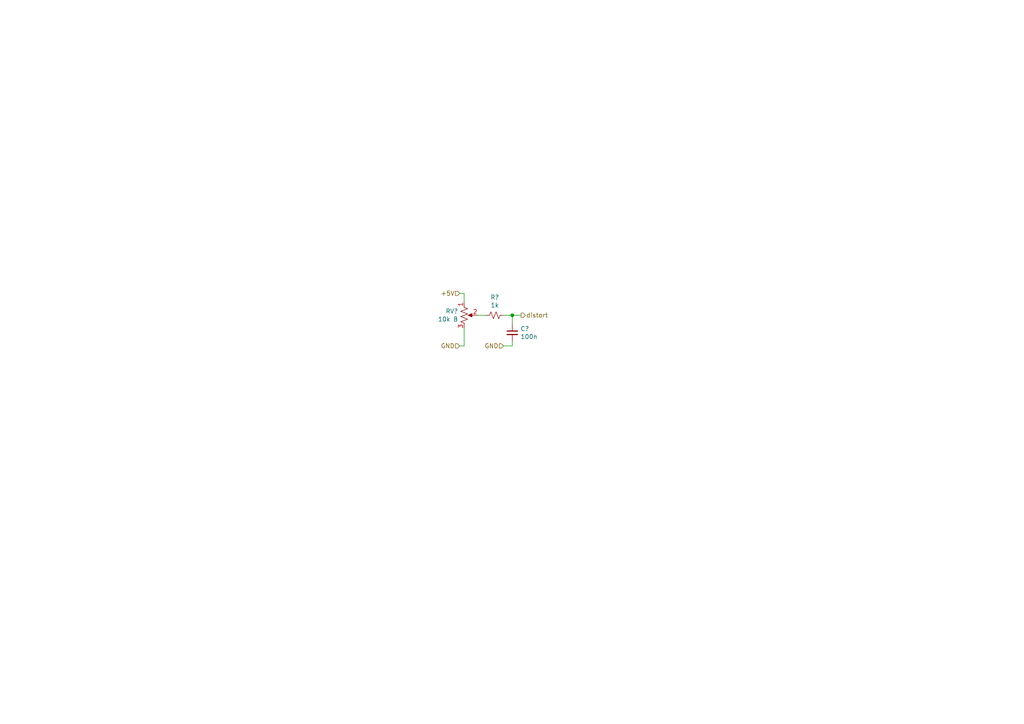
<source format=kicad_sch>
(kicad_sch (version 20211123) (generator eeschema)
  (paper "A4")
  (lib_symbols
    (symbol "Device:C_Small" (pin_numbers hide) (pin_names (offset 0.254) hide)
      (property "Reference" "C" (at 0.254 1.778 0))
      (property "Value" "C_Small" (at 0.254 -2.032 0))
      (symbol "C_Small_0_1"
        (polyline (pts (xy -1.524 -0.508) (xy 1.524 -0.508)) (stroke (width 0.3302)))
        (polyline (pts (xy -1.524 0.508) (xy 1.524 0.508)) (stroke (width 0.3048)))
      )
      (symbol "C_Small_1_1"
        (pin passive line (at 0 2.54 270) (length 2.032) (name "~") (number "1"))
        (pin passive line (at 0 -2.54 90) (length 2.032) (name "~") (number "2"))
      )
    )
    (symbol "Device:R_Potentiometer_US" (pin_names (offset 1.016) hide)
      (property "Reference" "RV" (at -4.445 0 90))
      (property "Value" "R_Potentiometer_US" (at -2.54 0 90))
      (symbol "R_Potentiometer_US_0_1"
        (polyline (pts (xy 0 -2.286) (xy 0 -2.54)))
        (polyline (pts (xy 0 2.54) (xy 0 2.286)))
        (polyline (pts (xy 2.54 0) (xy 1.524 0)))
        (polyline (pts (xy 1.143 0) (xy 2.286 0.508) (xy 2.286 -0.508) (xy 1.143 0)) (fill (type outline)))
        (polyline (pts (xy 0 -0.762) (xy 1.016 -1.143) (xy 0 -1.524) (xy -1.016 -1.905) (xy 0 -2.286)))
        (polyline (pts (xy 0 0.762) (xy 1.016 0.381) (xy 0 0) (xy -1.016 -0.381) (xy 0 -0.762)))
        (polyline (pts (xy 0 2.286) (xy 1.016 1.905) (xy 0 1.524) (xy -1.016 1.143) (xy 0 0.762)))
      )
      (symbol "R_Potentiometer_US_1_1"
        (pin passive line (at 0 3.81 270) (length 1.27) (name "1") (number "1"))
        (pin passive line (at 3.81 0 180) (length 1.27) (name "2") (number "2"))
        (pin passive line (at 0 -3.81 90) (length 1.27) (name "3") (number "3"))
      )
    )
    (symbol "Device:R_Small_US" (pin_numbers hide) (pin_names (offset 0.254) hide)
      (property "Reference" "R" (at 0.762 0.508 0))
      (property "Value" "R_Small_US" (at 0.762 -1.016 0))
      (symbol "R_Small_US_1_1"
        (polyline (pts (xy 0 0) (xy 1.016 -0.381) (xy 0 -0.762) (xy -1.016 -1.143) (xy 0 -1.524)))
        (polyline (pts (xy 0 1.524) (xy 1.016 1.143) (xy 0 0.762) (xy -1.016 0.381) (xy 0 0)))
        (pin passive line (at 0 2.54 270) (length 1.016) (name "~") (number "1"))
        (pin passive line (at 0 -2.54 90) (length 1.016) (name "~") (number "2"))
      )
    )
  )
  (junction (at 148.59 91.44))
  (wire (pts (xy 146.05 91.44) (xy 148.59 91.44)))
  (wire (pts (xy 146.05 100.33) (xy 148.59 100.33)))
  (wire (pts (xy 138.43 91.44) (xy 140.97 91.44)))
  (wire (pts (xy 148.59 91.44) (xy 151.13 91.44)))
  (wire (pts (xy 148.59 100.33) (xy 148.59 99.06)))
  (wire (pts (xy 133.35 100.33) (xy 134.62 100.33)))
  (wire (pts (xy 134.62 85.09) (xy 134.62 87.63)))
  (wire (pts (xy 134.62 95.25) (xy 134.62 100.33)))
  (wire (pts (xy 148.59 91.44) (xy 148.59 93.98)))
  (wire (pts (xy 133.35 85.09) (xy 134.62 85.09)))
  (hierarchical_label "GND" (shape input) (at 133.35 100.33 180))
  (hierarchical_label "+5V" (shape input) (at 133.35 85.09 180))
  (hierarchical_label "GND" (shape input) (at 146.05 100.33 180))
  (hierarchical_label "distort" (shape output) (at 151.13 91.44 0))
  (symbol (lib_id "Device:R_Small_US") (at 143.51 91.44 90) (unit 1)
    (property "Reference" "R?" (at 143.51 86.233 90))
    (property "Value" "1k" (at 143.51 88.5444 90))
    (property "Footprint" "Resistor_SMD:R_0805_2012Metric" (effects hide))
  )
  (symbol (lib_id "Device:R_Potentiometer_US") (at 134.62 91.44 0) (unit 1)
    (property "Reference" "RV?" (at 132.8928 90.2716 0) (effects (justify right)))
    (property "Value" "10k B" (at 132.8928 92.583 0) (effects (justify right)))
    (property "Footprint" "Potentiometer_THT:Potentiometer_Alps_RK09L_Single_Vertical" (effects hide))
  )
  (symbol (lib_id "Device:C_Small") (at 148.59 96.52 0) (unit 1)
    (property "Reference" "C?" (at 150.9268 95.3516 0) (effects (justify left)))
    (property "Value" "100n" (at 150.9268 97.663 0) (effects (justify left)))
    (property "Footprint" "Capacitor_SMD:C_0805_2012Metric" (effects hide))
  )
)
</source>
